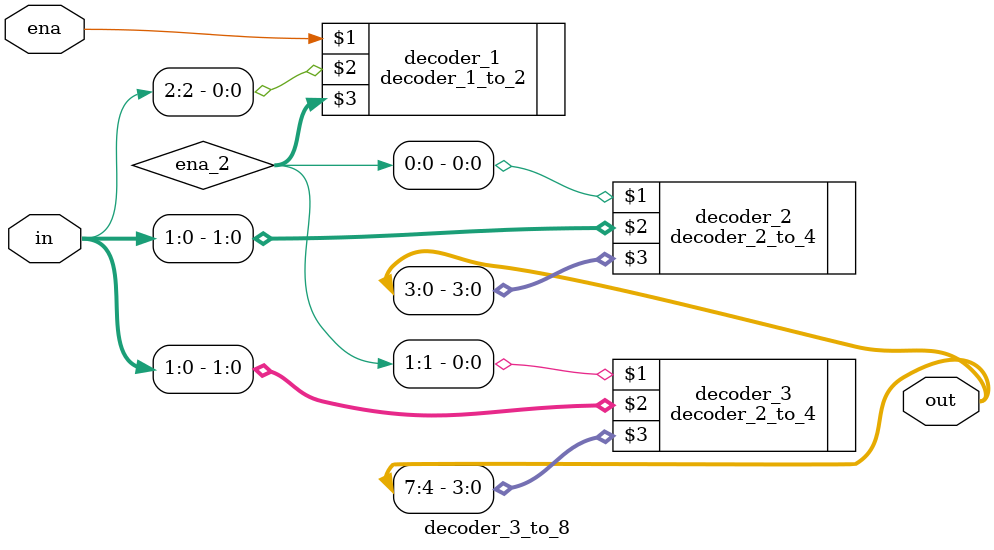
<source format=sv>
module decoder_3_to_8(ena, in, out);

  input wire ena;
  input wire [2:0] in;
  output logic [7:0] out;

	logic [1:0] ena_2;

	decoder_1_to_2 decoder_1(ena, in[2], ena_2[1:0]);
	decoder_2_to_4 decoder_2(ena_2[0], in[1:0], out[3:0]);
	decoder_2_to_4 decoder_3(ena_2[1], in[1:0], out[7:4]);

endmodule

</source>
